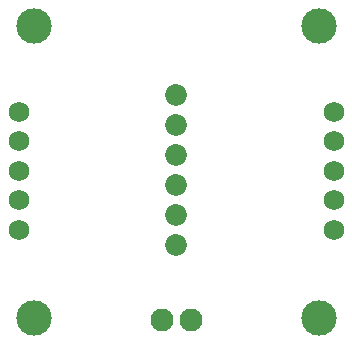
<source format=gbs>
G04 DipTrace 3.3.1.1*
G04 BottomMask.gbs*
%MOIN*%
G04 #@! TF.FileFunction,Soldermask,Bot*
G04 #@! TF.Part,Single*
%ADD16C,0.068898*%
%ADD21C,0.11811*%
%ADD26C,0.072835*%
%ADD30C,0.076772*%
%FSLAX26Y26*%
G04*
G70*
G90*
G75*
G01*
G04 BotMask*
%LPD*%
D16*
X518701Y849950D3*
Y948375D3*
Y1046801D3*
Y1145226D3*
Y1243651D3*
X1568701Y1243701D3*
Y1145276D3*
Y1046850D3*
Y948425D3*
Y850000D3*
D21*
X568701Y1531201D3*
X1518701D3*
Y556201D3*
X568701D3*
D26*
X1043701Y799950D3*
Y899950D3*
Y999950D3*
Y1099950D3*
Y1199950D3*
Y1299950D3*
D30*
X1093701Y549951D3*
X995276D3*
M02*

</source>
